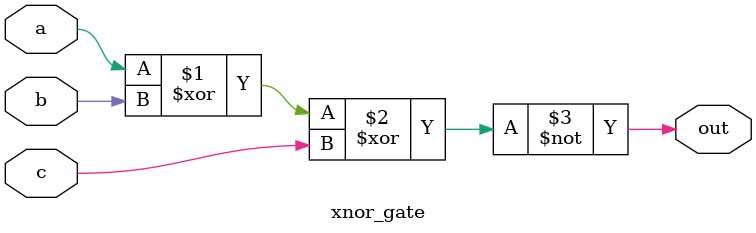
<source format=v>
module xnor_gate(a,b,c,out);
    input a,b,c;
    output out;

    assign out = ~(a^b^c);
endmodule
</source>
